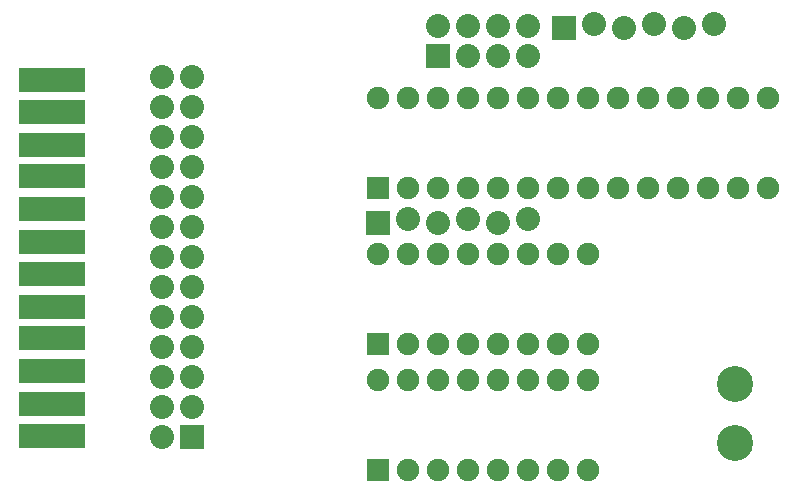
<source format=gbs>
G04 (created by PCBNEW-RS274X (2012-apr-16-27)-stable) date Saturday 07,June,2014 10:26:27 PM SGT*
G01*
G70*
G90*
%MOIN*%
G04 Gerber Fmt 3.4, Leading zero omitted, Abs format*
%FSLAX34Y34*%
G04 APERTURE LIST*
%ADD10C,0.006000*%
%ADD11R,0.220000X0.080000*%
%ADD12R,0.080000X0.080000*%
%ADD13C,0.080000*%
%ADD14R,0.075000X0.075000*%
%ADD15C,0.075000*%
%ADD16C,0.120000*%
G04 APERTURE END LIST*
G54D10*
G54D11*
X45450Y-47420D03*
X45450Y-46370D03*
X45450Y-45270D03*
X45450Y-44170D03*
X45450Y-43120D03*
X45450Y-42020D03*
X45450Y-40970D03*
X45450Y-39870D03*
X45450Y-38770D03*
X45450Y-37720D03*
X45450Y-36620D03*
X45450Y-35570D03*
G54D12*
X62500Y-33850D03*
G54D13*
X63500Y-33690D03*
X64500Y-33850D03*
X65500Y-33690D03*
X66500Y-33850D03*
X67500Y-33690D03*
G54D12*
X50100Y-47470D03*
G54D13*
X49100Y-47470D03*
X50100Y-46470D03*
X49100Y-46470D03*
X50100Y-45470D03*
X49100Y-45470D03*
X50100Y-44470D03*
X49100Y-44470D03*
X50100Y-43470D03*
X49100Y-43470D03*
X50100Y-42470D03*
X49100Y-42470D03*
X50100Y-41470D03*
X49100Y-41470D03*
X50100Y-40470D03*
X49100Y-40470D03*
X50100Y-39470D03*
X49100Y-39470D03*
X50100Y-38470D03*
X49100Y-38470D03*
X50100Y-37470D03*
X49100Y-37470D03*
X50100Y-36470D03*
X49100Y-36470D03*
X50100Y-35470D03*
X49100Y-35470D03*
G54D14*
X56300Y-48570D03*
G54D15*
X57300Y-48570D03*
X58300Y-48570D03*
X59300Y-48570D03*
X60300Y-48570D03*
X61300Y-48570D03*
X62300Y-48570D03*
X63300Y-48570D03*
X63300Y-45570D03*
X62300Y-45570D03*
X61300Y-45570D03*
X60300Y-45570D03*
X59300Y-45570D03*
X58300Y-45570D03*
X57300Y-45570D03*
X56300Y-45570D03*
G54D12*
X58300Y-34770D03*
G54D13*
X58300Y-33770D03*
X59300Y-34770D03*
X59300Y-33770D03*
X60300Y-34770D03*
X60300Y-33770D03*
X61300Y-34770D03*
X61300Y-33770D03*
G54D16*
X68200Y-45702D03*
X68200Y-47670D03*
G54D14*
X56300Y-44370D03*
G54D15*
X57300Y-44370D03*
X58300Y-44370D03*
X59300Y-44370D03*
X60300Y-44370D03*
X61300Y-44370D03*
X62300Y-44370D03*
X63300Y-44370D03*
X63300Y-41370D03*
X62300Y-41370D03*
X61300Y-41370D03*
X60300Y-41370D03*
X59300Y-41370D03*
X58300Y-41370D03*
X57300Y-41370D03*
X56300Y-41370D03*
X57300Y-39170D03*
X58300Y-39170D03*
X59300Y-39170D03*
X60300Y-39170D03*
X61300Y-39170D03*
X62300Y-39170D03*
X63300Y-39170D03*
X64300Y-39170D03*
X65300Y-39170D03*
X66300Y-39170D03*
X67300Y-39170D03*
X68300Y-39170D03*
X69300Y-39170D03*
G54D14*
X56300Y-39170D03*
G54D15*
X69300Y-36170D03*
X68300Y-36170D03*
X67300Y-36170D03*
X66300Y-36170D03*
X65300Y-36170D03*
X64300Y-36170D03*
X63300Y-36170D03*
X62300Y-36170D03*
X61300Y-36170D03*
X60300Y-36170D03*
X59300Y-36170D03*
X58300Y-36170D03*
X57300Y-36170D03*
X56300Y-36170D03*
G54D12*
X56300Y-40350D03*
G54D13*
X57300Y-40190D03*
X58300Y-40350D03*
X59300Y-40190D03*
X60300Y-40350D03*
X61300Y-40190D03*
M02*

</source>
